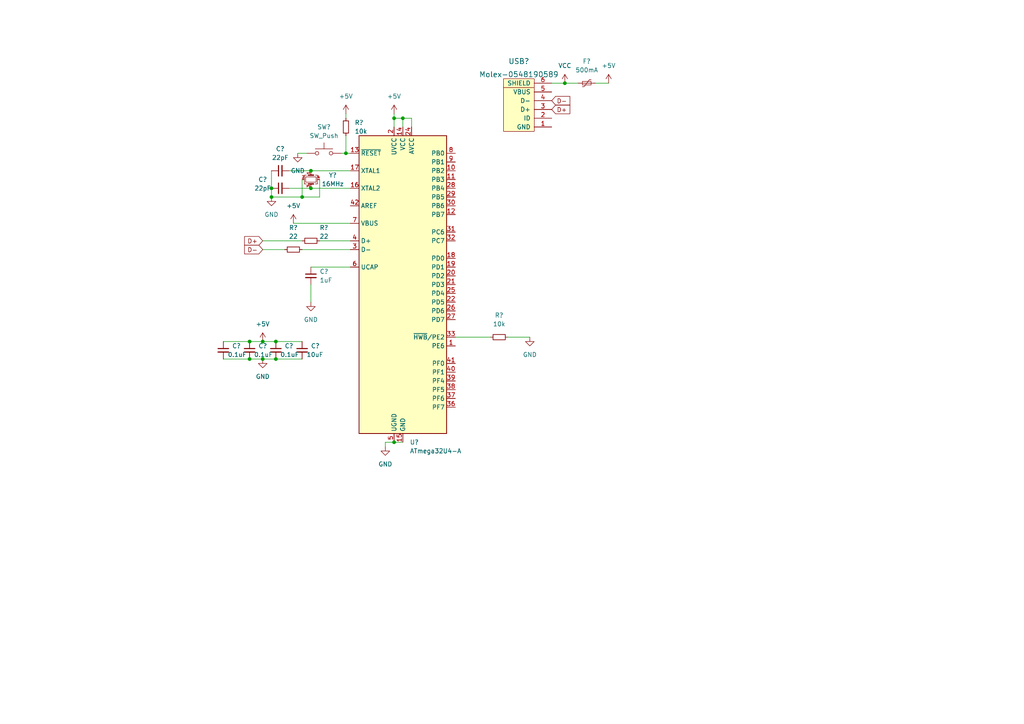
<source format=kicad_sch>
(kicad_sch (version 20211123) (generator eeschema)
  (paper "A4")
  (lib_symbols
    (symbol "Device:C_Small" (pin_numbers hide) (pin_names (offset 0.254) hide)
      (property "Reference" "C" (at 0.254 1.778 0))
      (property "Value" "C_Small" (at 0.254 -2.032 0))
      (symbol "C_Small_0_1"
        (polyline (pts (xy -1.524 -0.508) (xy 1.524 -0.508)) (stroke (width 0.3302)))
        (polyline (pts (xy -1.524 0.508) (xy 1.524 0.508)) (stroke (width 0.3048)))
      )
      (symbol "C_Small_1_1"
        (pin passive line (at 0 2.54 270) (length 2.032) (name "~") (number "1"))
        (pin passive line (at 0 -2.54 90) (length 2.032) (name "~") (number "2"))
      )
    )
    (symbol "Device:Crystal_GND24_Small" (pin_names (offset 1.016) hide)
      (property "Reference" "Y" (at 1.27 4.445 0))
      (property "Value" "Crystal_GND24_Small" (at 1.27 2.54 0))
      (symbol "Crystal_GND24_Small_0_1"
        (rectangle (start -0.762 -1.524) (end 0.762 1.524))
        (polyline (pts (xy -1.27 -0.762) (xy -1.27 0.762)) (stroke (width 0.381)))
        (polyline (pts (xy 1.27 -0.762) (xy 1.27 0.762)) (stroke (width 0.381)))
        (polyline (pts (xy -1.27 -1.27) (xy -1.27 -1.905) (xy 1.27 -1.905) (xy 1.27 -1.27)))
        (polyline (pts (xy -1.27 1.27) (xy -1.27 1.905) (xy 1.27 1.905) (xy 1.27 1.27)))
      )
      (symbol "Crystal_GND24_Small_1_1"
        (pin passive line (at -2.54 0 0) (length 1.27) (name "1") (number "1"))
        (pin passive line (at 0 -2.54 90) (length 0.635) (name "2") (number "2"))
        (pin passive line (at 2.54 0 180) (length 1.27) (name "3") (number "3"))
        (pin passive line (at 0 2.54 270) (length 0.635) (name "4") (number "4"))
      )
    )
    (symbol "Device:Polyfuse_Small" (pin_numbers hide) (pin_names (offset 0))
      (property "Reference" "F" (at -1.905 0 90))
      (property "Value" "Polyfuse_Small" (at 1.905 0 90))
      (symbol "Polyfuse_Small_0_1"
        (rectangle (start -0.508 1.27) (end 0.508 -1.27))
        (polyline (pts (xy 0 2.54) (xy 0 -2.54)))
        (polyline (pts (xy -1.016 1.27) (xy -1.016 0.762) (xy 1.016 -0.762) (xy 1.016 -1.27)))
      )
      (symbol "Polyfuse_Small_1_1"
        (pin passive line (at 0 2.54 270) (length 0.635) (name "~") (number "1"))
        (pin passive line (at 0 -2.54 90) (length 0.635) (name "~") (number "2"))
      )
    )
    (symbol "Device:R_Small" (pin_numbers hide) (pin_names (offset 0.254) hide)
      (property "Reference" "R" (at 0.762 0.508 0))
      (property "Value" "R_Small" (at 0.762 -1.016 0))
      (symbol "R_Small_0_1"
        (rectangle (start -0.762 1.778) (end 0.762 -1.778) (stroke (width 0.2032)))
      )
      (symbol "R_Small_1_1"
        (pin passive line (at 0 2.54 270) (length 0.762) (name "~") (number "1"))
        (pin passive line (at 0 -2.54 90) (length 0.762) (name "~") (number "2"))
      )
    )
    (symbol "MCU_Microchip_ATmega:ATmega32U4-A"
      (property "Reference" "U" (at -12.7 44.45 0))
      (property "Value" "ATmega32U4-A" (at 2.54 -44.45 0))
      (symbol "ATmega32U4-A_0_1"
        (rectangle (start -12.7 -43.18) (end 12.7 43.18) (stroke (width 0.254)) (fill (type background)))
      )
      (symbol "ATmega32U4-A_1_1"
        (pin bidirectional line (at 15.24 -17.78 180) (length 2.54) (name "PE6") (number "1"))
        (pin bidirectional line (at 15.24 33.02 180) (length 2.54) (name "PB2") (number "10"))
        (pin bidirectional line (at 15.24 30.48 180) (length 2.54) (name "PB3") (number "11"))
        (pin bidirectional line (at 15.24 20.32 180) (length 2.54) (name "PB7") (number "12"))
        (pin input line (at -15.24 38.1 0) (length 2.54) (name "~{RESET}") (number "13"))
        (pin power_in line (at 0 45.72 270) (length 2.54) (name "VCC") (number "14"))
        (pin power_in line (at 0 -45.72 90) (length 2.54) (name "GND") (number "15"))
        (pin output line (at -15.24 27.94 0) (length 2.54) (name "XTAL2") (number "16"))
        (pin input line (at -15.24 33.02 0) (length 2.54) (name "XTAL1") (number "17"))
        (pin bidirectional line (at 15.24 7.62 180) (length 2.54) (name "PD0") (number "18"))
        (pin bidirectional line (at 15.24 5.08 180) (length 2.54) (name "PD1") (number "19"))
        (pin power_in line (at -2.54 45.72 270) (length 2.54) (name "UVCC") (number "2"))
        (pin bidirectional line (at 15.24 2.54 180) (length 2.54) (name "PD2") (number "20"))
        (pin bidirectional line (at 15.24 0 180) (length 2.54) (name "PD3") (number "21"))
        (pin bidirectional line (at 15.24 -5.08 180) (length 2.54) (name "PD5") (number "22"))
        (pin passive line (at 0 -45.72 90) (length 2.54) hide (name "GND") (number "23"))
        (pin power_in line (at 2.54 45.72 270) (length 2.54) (name "AVCC") (number "24"))
        (pin bidirectional line (at 15.24 -2.54 180) (length 2.54) (name "PD4") (number "25"))
        (pin bidirectional line (at 15.24 -7.62 180) (length 2.54) (name "PD6") (number "26"))
        (pin bidirectional line (at 15.24 -10.16 180) (length 2.54) (name "PD7") (number "27"))
        (pin bidirectional line (at 15.24 27.94 180) (length 2.54) (name "PB4") (number "28"))
        (pin bidirectional line (at 15.24 25.4 180) (length 2.54) (name "PB5") (number "29"))
        (pin bidirectional line (at -15.24 10.16 0) (length 2.54) (name "D-") (number "3"))
        (pin bidirectional line (at 15.24 22.86 180) (length 2.54) (name "PB6") (number "30"))
        (pin bidirectional line (at 15.24 15.24 180) (length 2.54) (name "PC6") (number "31"))
        (pin bidirectional line (at 15.24 12.7 180) (length 2.54) (name "PC7") (number "32"))
        (pin bidirectional line (at 15.24 -15.24 180) (length 2.54) (name "~{HWB}/PE2") (number "33"))
        (pin passive line (at 0 45.72 270) (length 2.54) hide (name "VCC") (number "34"))
        (pin passive line (at 0 -45.72 90) (length 2.54) hide (name "GND") (number "35"))
        (pin bidirectional line (at 15.24 -35.56 180) (length 2.54) (name "PF7") (number "36"))
        (pin bidirectional line (at 15.24 -33.02 180) (length 2.54) (name "PF6") (number "37"))
        (pin bidirectional line (at 15.24 -30.48 180) (length 2.54) (name "PF5") (number "38"))
        (pin bidirectional line (at 15.24 -27.94 180) (length 2.54) (name "PF4") (number "39"))
        (pin bidirectional line (at -15.24 12.7 0) (length 2.54) (name "D+") (number "4"))
        (pin bidirectional line (at 15.24 -25.4 180) (length 2.54) (name "PF1") (number "40"))
        (pin bidirectional line (at 15.24 -22.86 180) (length 2.54) (name "PF0") (number "41"))
        (pin passive line (at -15.24 22.86 0) (length 2.54) (name "AREF") (number "42"))
        (pin passive line (at 0 -45.72 90) (length 2.54) hide (name "GND") (number "43"))
        (pin passive line (at 2.54 45.72 270) (length 2.54) hide (name "AVCC") (number "44"))
        (pin passive line (at -2.54 -45.72 90) (length 2.54) (name "UGND") (number "5"))
        (pin passive line (at -15.24 5.08 0) (length 2.54) (name "UCAP") (number "6"))
        (pin input line (at -15.24 17.78 0) (length 2.54) (name "VBUS") (number "7"))
        (pin bidirectional line (at 15.24 38.1 180) (length 2.54) (name "PB0") (number "8"))
        (pin bidirectional line (at 15.24 35.56 180) (length 2.54) (name "PB1") (number "9"))
      )
    )
    (symbol "Switch:SW_Push" (pin_numbers hide) (pin_names (offset 1.016) hide)
      (property "Reference" "SW" (at 1.27 2.54 0))
      (property "Value" "SW_Push" (at 0 -1.524 0))
      (symbol "SW_Push_0_1"
        (circle (center -2.032 0) (radius 0.508))
        (polyline (pts (xy 0 1.27) (xy 0 3.048)))
        (polyline (pts (xy 2.54 1.27) (xy -2.54 1.27)))
        (circle (center 2.032 0) (radius 0.508))
        (pin passive line (at -5.08 0 0) (length 2.54) (name "1") (number "1"))
        (pin passive line (at 5.08 0 180) (length 2.54) (name "2") (number "2"))
      )
    )
    (symbol "power:+5V" (power) (pin_names (offset 0))
      (property "Value" "+5V" (at 0 3.556 0))
      (symbol "+5V_0_1"
        (polyline (pts (xy -0.762 1.27) (xy 0 2.54)))
        (polyline (pts (xy 0 0) (xy 0 2.54)))
        (polyline (pts (xy 0 2.54) (xy 0.762 1.27)))
      )
      (symbol "+5V_1_1"
        (pin power_in line (at 0 0 90) (length 0) hide (name "+5V") (number "1"))
      )
    )
    (symbol "power:GND" (power) (pin_names (offset 0))
      (property "Value" "GND" (at 0 -3.81 0))
      (symbol "GND_0_1"
        (polyline (pts (xy 0 0) (xy 0 -1.27) (xy 1.27 -1.27) (xy 0 -2.54) (xy -1.27 -1.27) (xy 0 -1.27)))
      )
      (symbol "GND_1_1"
        (pin power_in line (at 0 0 270) (length 0) hide (name "GND") (number "1"))
      )
    )
    (symbol "power:VCC" (power) (pin_names (offset 0))
      (property "Value" "VCC" (at 0 3.81 0))
      (symbol "VCC_0_1"
        (polyline (pts (xy -0.762 1.27) (xy 0 2.54)))
        (polyline (pts (xy 0 0) (xy 0 2.54)))
        (polyline (pts (xy 0 2.54) (xy 0.762 1.27)))
      )
      (symbol "VCC_1_1"
        (pin power_in line (at 0 0 90) (length 0) hide (name "VCC") (number "1"))
      )
    )
    (symbol "random-keyboard-parts:Molex-0548190589" (pin_names (offset 1.016))
      (property "Reference" "USB" (at 0 7.62 0))
      (property "Value" "Molex-0548190589" (at 0 10.16 0))
      (symbol "Molex-0548190589_0_0"
        (polyline (pts (xy 6.35 -2.54) (xy 6.35 6.35)))
        (rectangle (start 8.89 -2.54) (end -6.35 6.35) (fill (type background)))
      )
      (symbol "Molex-0548190589_1_1"
        (pin input line (at -5.08 -7.62 90) (length 5.08) (name "GND") (number "1"))
        (pin input line (at -2.54 -7.62 90) (length 5.08) (name "ID") (number "2"))
        (pin input line (at 0 -7.62 90) (length 5.08) (name "D+") (number "3"))
        (pin input line (at 2.54 -7.62 90) (length 5.08) (name "D-") (number "4"))
        (pin input line (at 5.08 -7.62 90) (length 5.08) (name "VBUS") (number "5"))
        (pin input line (at 7.62 -7.62 90) (length 5.08) (name "SHIELD") (number "6"))
      )
    )
  )
  (junction (at 90.17 54.61))
  (junction (at 116.84 34.29))
  (junction (at 72.39 99.06))
  (junction (at 90.17 49.53))
  (junction (at 114.3 34.29))
  (junction (at 87.63 57.15))
  (junction (at 163.83 24.13))
  (junction (at 76.2 104.14))
  (junction (at 78.74 57.15))
  (junction (at 80.01 104.14))
  (junction (at 72.39 104.14))
  (junction (at 100.33 44.45))
  (junction (at 80.01 99.06))
  (junction (at 114.3 128.27))
  (junction (at 78.74 54.61))
  (junction (at 76.2 99.06))
  (wire (pts (xy 76.2 99.06) (xy 80.01 99.06)))
  (wire (pts (xy 147.32 97.79) (xy 153.67 97.79)))
  (wire (pts (xy 80.01 104.14) (xy 87.63 104.14)))
  (wire (pts (xy 87.63 72.39) (xy 101.6 72.39)))
  (wire (pts (xy 80.01 99.06) (xy 87.63 99.06)))
  (wire (pts (xy 78.74 57.15) (xy 87.63 57.15)))
  (wire (pts (xy 83.82 49.53) (xy 90.17 49.53)))
  (wire (pts (xy 76.2 69.85) (xy 87.63 69.85)))
  (wire (pts (xy 172.72 24.13) (xy 176.53 24.13)))
  (wire (pts (xy 92.71 57.15) (xy 92.71 52.07)))
  (wire (pts (xy 76.2 104.14) (xy 80.01 104.14)))
  (wire (pts (xy 87.63 52.07) (xy 87.63 57.15)))
  (wire (pts (xy 64.77 104.14) (xy 72.39 104.14)))
  (wire (pts (xy 90.17 49.53) (xy 101.6 49.53)))
  (wire (pts (xy 114.3 33.02) (xy 114.3 34.29)))
  (wire (pts (xy 163.83 24.13) (xy 167.64 24.13)))
  (wire (pts (xy 160.02 24.13) (xy 163.83 24.13)))
  (wire (pts (xy 100.33 39.37) (xy 100.33 44.45)))
  (wire (pts (xy 99.06 44.45) (xy 100.33 44.45)))
  (wire (pts (xy 111.76 128.27) (xy 111.76 129.54)))
  (wire (pts (xy 100.33 33.02) (xy 100.33 34.29)))
  (wire (pts (xy 86.36 44.45) (xy 88.9 44.45)))
  (wire (pts (xy 90.17 54.61) (xy 101.6 54.61)))
  (wire (pts (xy 114.3 128.27) (xy 111.76 128.27)))
  (wire (pts (xy 85.09 64.77) (xy 101.6 64.77)))
  (wire (pts (xy 92.71 69.85) (xy 101.6 69.85)))
  (wire (pts (xy 72.39 104.14) (xy 76.2 104.14)))
  (wire (pts (xy 64.77 99.06) (xy 72.39 99.06)))
  (wire (pts (xy 132.08 97.79) (xy 142.24 97.79)))
  (wire (pts (xy 72.39 99.06) (xy 76.2 99.06)))
  (wire (pts (xy 114.3 34.29) (xy 114.3 36.83)))
  (wire (pts (xy 90.17 82.55) (xy 90.17 87.63)))
  (wire (pts (xy 100.33 44.45) (xy 101.6 44.45)))
  (wire (pts (xy 116.84 128.27) (xy 114.3 128.27)))
  (wire (pts (xy 87.63 57.15) (xy 92.71 57.15)))
  (wire (pts (xy 119.38 36.83) (xy 119.38 34.29)))
  (wire (pts (xy 78.74 54.61) (xy 78.74 57.15)))
  (wire (pts (xy 76.2 72.39) (xy 82.55 72.39)))
  (wire (pts (xy 78.74 49.53) (xy 78.74 54.61)))
  (wire (pts (xy 83.82 54.61) (xy 90.17 54.61)))
  (wire (pts (xy 116.84 34.29) (xy 114.3 34.29)))
  (wire (pts (xy 90.17 77.47) (xy 101.6 77.47)))
  (wire (pts (xy 116.84 34.29) (xy 116.84 36.83)))
  (wire (pts (xy 119.38 34.29) (xy 116.84 34.29)))
  (global_label "D-" (shape input) (at 160.02 29.21 0) (property "Intersheet References" "${INTERSHEET_REFS}" (effects hide)))
  (global_label "D+" (shape input) (at 160.02 31.75 0) (property "Intersheet References" "${INTERSHEET_REFS}" (effects hide)))
  (global_label "D-" (shape input) (at 76.2 72.39 180) (property "Intersheet References" "${INTERSHEET_REFS}" (effects hide)))
  (global_label "D+" (shape input) (at 76.2 69.85 180) (property "Intersheet References" "${INTERSHEET_REFS}" (effects hide)))
  (symbol (lib_id "Device:C_Small") (at 81.28 54.61 90) (unit 1)
    (property "Reference" "C?" (at 76.2 52.07 90))
    (property "Value" "22pF" (at 76.2 54.61 90))
  )
  (symbol (lib_id "Device:C_Small") (at 80.01 101.6 0) (unit 1)
    (property "Reference" "C?" (at 82.55 100.3362 0) (effects (justify left)))
    (property "Value" "0.1uF" (at 81.28 102.87 0) (effects (justify left)))
  )
  (symbol (lib_id "power:+5V") (at 85.09 64.77 0) (unit 1)
    (property "Reference" "#PWR?" (effects hide))
    (property "Value" "+5V" (at 85.09 59.69 0))
  )
  (symbol (lib_id "Device:R_Small") (at 85.09 72.39 90) (unit 1)
    (property "Reference" "R?" (at 85.09 66.04 90))
    (property "Value" "22" (at 85.09 68.58 90))
  )
  (symbol (lib_id "power:GND") (at 90.17 87.63 0) (unit 1)
    (property "Reference" "#PWR?" (effects hide))
    (property "Value" "GND" (at 90.17 92.71 0))
  )
  (symbol (lib_id "power:VCC") (at 163.83 24.13 0) (unit 1)
    (property "Reference" "#PWR?" (effects hide))
    (property "Value" "VCC" (at 163.83 19.05 0))
  )
  (symbol (lib_id "Switch:SW_Push") (at 93.98 44.45 0) (unit 1)
    (property "Reference" "SW?" (at 93.98 36.83 0))
    (property "Value" "SW_Push" (at 93.98 39.37 0))
  )
  (symbol (lib_id "power:GND") (at 78.74 57.15 0) (unit 1)
    (property "Reference" "#PWR?" (effects hide))
    (property "Value" "GND" (at 78.74 62.23 0))
  )
  (symbol (lib_id "power:GND") (at 86.36 44.45 0) (unit 1)
    (property "Reference" "#PWR?" (effects hide))
    (property "Value" "GND" (at 86.36 49.53 0))
  )
  (symbol (lib_id "power:+5V") (at 114.3 33.02 0) (unit 1)
    (property "Reference" "#PWR?" (effects hide))
    (property "Value" "+5V" (at 114.3 27.94 0))
  )
  (symbol (lib_id "power:GND") (at 153.67 97.79 0) (unit 1)
    (property "Reference" "#PWR?" (effects hide))
    (property "Value" "GND" (at 153.67 102.87 0))
  )
  (symbol (lib_id "power:+5V") (at 76.2 99.06 0) (unit 1)
    (property "Reference" "#PWR?" (effects hide))
    (property "Value" "+5V" (at 76.2 93.98 0))
  )
  (symbol (lib_id "power:+5V") (at 100.33 33.02 0) (unit 1)
    (property "Reference" "#PWR?" (effects hide))
    (property "Value" "+5V" (at 100.33 27.94 0))
  )
  (symbol (lib_id "Device:R_Small") (at 144.78 97.79 90) (unit 1)
    (property "Reference" "R?" (at 144.78 91.44 90))
    (property "Value" "10k" (at 144.78 93.98 90))
  )
  (symbol (lib_id "Device:C_Small") (at 90.17 80.01 0) (unit 1)
    (property "Reference" "C?" (at 92.71 78.7462 0) (effects (justify left)))
    (property "Value" "1uF" (at 92.71 81.2862 0) (effects (justify left)))
  )
  (symbol (lib_id "power:GND") (at 76.2 104.14 0) (unit 1)
    (property "Reference" "#PWR?" (effects hide))
    (property "Value" "GND" (at 76.2 109.22 0))
  )
  (symbol (lib_id "Device:C_Small") (at 81.28 49.53 90) (unit 1)
    (property "Reference" "C?" (at 81.2863 43.18 90))
    (property "Value" "22pF" (at 81.2863 45.72 90))
  )
  (symbol (lib_id "Device:Crystal_GND24_Small") (at 90.17 52.07 270) (unit 1)
    (property "Reference" "Y?" (at 96.52 50.8 90))
    (property "Value" "16MHz" (at 96.52 53.34 90))
  )
  (symbol (lib_id "random-keyboard-parts:Molex-0548190589") (at 152.4 31.75 90) (unit 1)
    (property "Reference" "USB?" (at 150.495 17.78 90) (effects (font (size 1.524 1.524))))
    (property "Value" "Molex-0548190589" (at 150.495 21.59 90) (effects (font (size 1.524 1.524))))
  )
  (symbol (lib_id "power:GND") (at 111.76 129.54 0) (unit 1)
    (property "Reference" "#PWR?" (effects hide))
    (property "Value" "GND" (at 111.76 134.62 0))
  )
  (symbol (lib_id "Device:Polyfuse_Small") (at 170.18 24.13 90) (unit 1)
    (property "Reference" "F?" (at 170.18 17.78 90))
    (property "Value" "500mA" (at 170.18 20.32 90))
  )
  (symbol (lib_id "Device:R_Small") (at 90.17 69.85 90) (unit 1)
    (property "Reference" "R?" (at 93.98 66.04 90))
    (property "Value" "22" (at 93.98 68.58 90))
  )
  (symbol (lib_id "MCU_Microchip_ATmega:ATmega32U4-A") (at 116.84 82.55 0) (unit 1)
    (property "Reference" "U?" (at 118.8594 128.27 0) (effects (justify left)))
    (property "Value" "ATmega32U4-A" (at 118.8594 130.81 0) (effects (justify left)))
    (property "Footprint" "Package_QFP:TQFP-44_10x10mm_P0.8mm" (effects hide))
    (property "Datasheet" "http://ww1.microchip.com/downloads/en/DeviceDoc/Atmel-7766-8-bit-AVR-ATmega16U4-32U4_Datasheet.pdf" (effects hide))
  )
  (symbol (lib_id "Device:C_Small") (at 87.63 101.6 0) (unit 1)
    (property "Reference" "C?" (at 90.17 100.3362 0) (effects (justify left)))
    (property "Value" "10uF" (at 88.9 102.87 0) (effects (justify left)))
  )
  (symbol (lib_id "power:+5V") (at 176.53 24.13 0) (unit 1)
    (property "Reference" "#PWR?" (effects hide))
    (property "Value" "+5V" (at 176.53 19.05 0))
  )
  (symbol (lib_id "Device:C_Small") (at 64.77 101.6 0) (unit 1)
    (property "Reference" "C?" (at 67.31 100.3362 0) (effects (justify left)))
    (property "Value" "0.1uF" (at 66.04 102.87 0) (effects (justify left)))
  )
  (symbol (lib_id "Device:C_Small") (at 72.39 101.6 0) (unit 1)
    (property "Reference" "C?" (at 74.93 100.3362 0) (effects (justify left)))
    (property "Value" "0.1uF" (at 73.66 102.87 0) (effects (justify left)))
  )
  (symbol (lib_id "Device:R_Small") (at 100.33 36.83 0) (unit 1)
    (property "Reference" "R?" (at 102.87 35.5599 0) (effects (justify left)))
    (property "Value" "10k" (at 102.87 38.0999 0) (effects (justify left)))
  )
)
</source>
